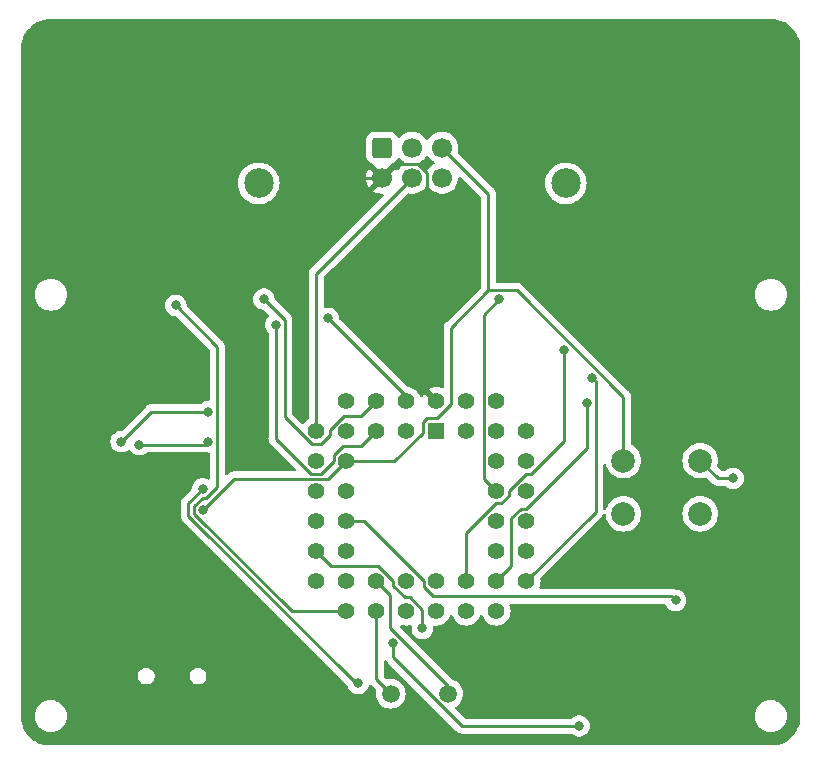
<source format=gbr>
%TF.GenerationSoftware,KiCad,Pcbnew,7.0.10*%
%TF.CreationDate,2024-03-24T11:08:13+01:00*%
%TF.ProjectId,dmg-gbc-cartridge-reader.kicad_pro,646d672d-6762-4632-9d63-617274726964,rev?*%
%TF.SameCoordinates,Original*%
%TF.FileFunction,Copper,L2,Bot*%
%TF.FilePolarity,Positive*%
%FSLAX46Y46*%
G04 Gerber Fmt 4.6, Leading zero omitted, Abs format (unit mm)*
G04 Created by KiCad (PCBNEW 7.0.10) date 2024-03-24 11:08:13*
%MOMM*%
%LPD*%
G01*
G04 APERTURE LIST*
G04 Aperture macros list*
%AMRoundRect*
0 Rectangle with rounded corners*
0 $1 Rounding radius*
0 $2 $3 $4 $5 $6 $7 $8 $9 X,Y pos of 4 corners*
0 Add a 4 corners polygon primitive as box body*
4,1,4,$2,$3,$4,$5,$6,$7,$8,$9,$2,$3,0*
0 Add four circle primitives for the rounded corners*
1,1,$1+$1,$2,$3*
1,1,$1+$1,$4,$5*
1,1,$1+$1,$6,$7*
1,1,$1+$1,$8,$9*
0 Add four rect primitives between the rounded corners*
20,1,$1+$1,$2,$3,$4,$5,0*
20,1,$1+$1,$4,$5,$6,$7,0*
20,1,$1+$1,$6,$7,$8,$9,0*
20,1,$1+$1,$8,$9,$2,$3,0*%
G04 Aperture macros list end*
%TA.AperFunction,WasherPad*%
%ADD10C,2.500000*%
%TD*%
%TA.AperFunction,ComponentPad*%
%ADD11R,1.422400X1.422400*%
%TD*%
%TA.AperFunction,ComponentPad*%
%ADD12C,1.422400*%
%TD*%
%TA.AperFunction,ComponentPad*%
%ADD13C,1.500000*%
%TD*%
%TA.AperFunction,ComponentPad*%
%ADD14C,2.000000*%
%TD*%
%TA.AperFunction,ComponentPad*%
%ADD15C,1.700000*%
%TD*%
%TA.AperFunction,ComponentPad*%
%ADD16RoundRect,0.250000X-0.600000X0.600000X-0.600000X-0.600000X0.600000X-0.600000X0.600000X0.600000X0*%
%TD*%
%TA.AperFunction,ViaPad*%
%ADD17C,0.800000*%
%TD*%
%TA.AperFunction,Conductor*%
%ADD18C,0.250000*%
%TD*%
G04 APERTURE END LIST*
D10*
%TO.P,U1,*%
%TO.N,*%
X75992000Y-35528000D03*
X49992000Y-35528000D03*
%TD*%
D11*
%TO.P,U2,1,NC*%
%TO.N,unconnected-(U2-NC-Pad1)*%
X65024000Y-56515000D03*
D12*
%TO.P,U2,2,PB0*%
%TO.N,A0*%
X62484000Y-53975000D03*
%TO.P,U2,3,PB1*%
%TO.N,A1*%
X62484000Y-56515000D03*
%TO.P,U2,4,PB2*%
%TO.N,A2*%
X59944000Y-53975000D03*
%TO.P,U2,5,PB3*%
%TO.N,A3*%
X59944000Y-56515000D03*
%TO.P,U2,6,PB4*%
%TO.N,A4*%
X57404000Y-53975000D03*
%TO.P,U2,7,PB5*%
%TO.N,A5_MOSI*%
X54864000Y-56515000D03*
%TO.P,U2,8,PB6*%
%TO.N,A6_MISO*%
X57404000Y-56515000D03*
%TO.P,U2,9,PB7*%
%TO.N,A7_SCK*%
X54864000Y-59055000D03*
%TO.P,U2,10,~{RESET}*%
%TO.N,RESET*%
X57404000Y-59055000D03*
%TO.P,U2,11,PD0*%
%TO.N,AVR_RX*%
X54864000Y-61595000D03*
%TO.P,U2,12,NC*%
%TO.N,unconnected-(U2-NC-Pad12)*%
X57404000Y-61595000D03*
%TO.P,U2,13,PD1*%
%TO.N,AVR_TX*%
X54864000Y-64135000D03*
%TO.P,U2,14,PD2*%
%TO.N,LED_RD*%
X57404000Y-64135000D03*
%TO.P,U2,15,PD3*%
%TO.N,LED_WR*%
X54864000Y-66675000D03*
%TO.P,U2,16,PD4*%
%TO.N,SRAM*%
X57404000Y-66675000D03*
%TO.P,U2,17,PD5*%
%TO.N,RD*%
X54864000Y-69215000D03*
%TO.P,U2,18,PD6*%
%TO.N,WR*%
X57404000Y-71755000D03*
%TO.P,U2,19,PD7*%
%TO.N,unconnected-(U2-PD7-Pad19)*%
X57404000Y-69215000D03*
%TO.P,U2,20,XTAL2*%
%TO.N,Net-(U2-XTAL2)*%
X59944000Y-71755000D03*
%TO.P,U2,21,XTAL1*%
%TO.N,Net-(U2-XTAL1)*%
X59944000Y-69215000D03*
%TO.P,U2,22,GND*%
%TO.N,GND*%
X62484000Y-71755000D03*
%TO.P,U2,23,NC*%
%TO.N,unconnected-(U2-NC-Pad23)*%
X62484000Y-69215000D03*
%TO.P,U2,24,PC0*%
%TO.N,D0*%
X65024000Y-71755000D03*
%TO.P,U2,25,PC1*%
%TO.N,D1*%
X65024000Y-69215000D03*
%TO.P,U2,26,PC2*%
%TO.N,D2*%
X67564000Y-71755000D03*
%TO.P,U2,27,PC3*%
%TO.N,D3*%
X67564000Y-69215000D03*
%TO.P,U2,28,PC4*%
%TO.N,D4*%
X70104000Y-71755000D03*
%TO.P,U2,29,PC5*%
%TO.N,D5*%
X72644000Y-69215000D03*
%TO.P,U2,30,PC6*%
%TO.N,D6*%
X70104000Y-69215000D03*
%TO.P,U2,31,PC7*%
%TO.N,D7*%
X72644000Y-66675000D03*
%TO.P,U2,32,PE2*%
%TO.N,RST*%
X70104000Y-66675000D03*
%TO.P,U2,33,PE1*%
%TO.N,AUDIO*%
X72644000Y-64135000D03*
%TO.P,U2,34,NC*%
%TO.N,unconnected-(U2-NC-Pad34)*%
X70104000Y-64135000D03*
%TO.P,U2,35,PE0*%
%TO.N,unconnected-(U2-PE0-Pad35)*%
X72644000Y-61595000D03*
%TO.P,U2,36,PA7*%
%TO.N,A15*%
X70104000Y-61595000D03*
%TO.P,U2,37,PA6*%
%TO.N,A14*%
X72644000Y-59055000D03*
%TO.P,U2,38,PA5*%
%TO.N,A13*%
X70104000Y-59055000D03*
%TO.P,U2,39,PA4*%
%TO.N,A12*%
X72644000Y-56515000D03*
%TO.P,U2,40,PA3*%
%TO.N,A11*%
X70104000Y-53975000D03*
%TO.P,U2,41,PA2*%
%TO.N,A10*%
X70104000Y-56515000D03*
%TO.P,U2,42,PA1*%
%TO.N,A9*%
X67564000Y-53975000D03*
%TO.P,U2,43,PA0*%
%TO.N,A8*%
X67564000Y-56515000D03*
%TO.P,U2,44,VCC*%
%TO.N,VCC*%
X65024000Y-53975000D03*
%TD*%
D13*
%TO.P,Y1,1,1*%
%TO.N,Net-(U2-XTAL2)*%
X61160000Y-78740000D03*
%TO.P,Y1,2,2*%
%TO.N,Net-(U2-XTAL1)*%
X66040000Y-78740000D03*
%TD*%
D14*
%TO.P,SW1,1,1*%
%TO.N,RESET*%
X87376000Y-59000000D03*
%TO.P,SW1,2,2*%
%TO.N,GND*%
X87376000Y-63500000D03*
%TO.P,SW1,1,1*%
%TO.N,RESET*%
X80876000Y-59000000D03*
%TO.P,SW1,2,2*%
%TO.N,GND*%
X80876000Y-63500000D03*
%TD*%
D15*
%TO.P,J1,6,GND*%
%TO.N,GND*%
X65532000Y-35052000D03*
%TO.P,J1,4,MOSI*%
%TO.N,A5_MOSI*%
X62992000Y-35052000D03*
%TO.P,J1,2,VCC*%
%TO.N,VCC*%
X60452000Y-35052000D03*
%TO.P,J1,5,~{RST}*%
%TO.N,RESET*%
X65532000Y-32512000D03*
%TO.P,J1,3,SCK*%
%TO.N,A7_SCK*%
X62992000Y-32512000D03*
D16*
%TO.P,J1,1,MISO*%
%TO.N,A6_MISO*%
X60452000Y-32512000D03*
%TD*%
D17*
%TO.N,Net-(D1-K)*%
X77114400Y-81483200D03*
%TO.N,LED_WR*%
X63848000Y-73200000D03*
%TO.N,LED_RD*%
X85284700Y-70847900D03*
%TO.N,Net-(U3-RXD)*%
X45720000Y-57404000D03*
X39878000Y-57658000D03*
%TO.N,Net-(U3-TXD)*%
X38348000Y-57404000D03*
X45720000Y-54864000D03*
%TO.N,Net-(D2-K)*%
X45236200Y-61402000D03*
X58419800Y-77873900D03*
%TO.N,A0*%
X55882800Y-46955500D03*
%TO.N,A2*%
X50431800Y-45339700D03*
%TO.N,A3*%
X51455900Y-47497000D03*
%TO.N,WR*%
X42970500Y-45851400D03*
%TO.N,D3*%
X75835400Y-49624500D03*
%TO.N,D5*%
X78212000Y-51975400D03*
%TO.N,D6*%
X77809400Y-54169500D03*
%TO.N,A15*%
X70376600Y-45345400D03*
%TO.N,Net-(D1-K)*%
X61357700Y-74458900D03*
%TO.N,RESET*%
X90152900Y-60508800D03*
X45284200Y-63162700D03*
%TO.N,VCC*%
X39370000Y-62738000D03*
X39073000Y-58717000D03*
X84836000Y-49784000D03*
X92456000Y-64516000D03*
X36576000Y-53848000D03*
X37592000Y-47752000D03*
X30988000Y-57404000D03*
X30988000Y-71120000D03*
%TD*%
D18*
%TO.N,Net-(D1-K)*%
X61357700Y-75625900D02*
X61357700Y-74458900D01*
X67215000Y-81483200D02*
X61357700Y-75625900D01*
X77114400Y-81483200D02*
X67215000Y-81483200D01*
%TO.N,LED_WR*%
X63848000Y-71629200D02*
X63848000Y-73200000D01*
X62781400Y-70562600D02*
X63848000Y-71629200D01*
X62337700Y-70562600D02*
X62781400Y-70562600D01*
X61384600Y-69609500D02*
X62337700Y-70562600D01*
X61384600Y-69169800D02*
X61384600Y-69609500D01*
X60118400Y-67903600D02*
X61384600Y-69169800D01*
X56092600Y-67903600D02*
X60118400Y-67903600D01*
X54864000Y-66675000D02*
X56092600Y-67903600D01*
%TO.N,LED_RD*%
X84921800Y-70485000D02*
X85284700Y-70847900D01*
X64787400Y-70485000D02*
X84921800Y-70485000D01*
X63987400Y-69685000D02*
X64787400Y-70485000D01*
X63987400Y-69204900D02*
X63987400Y-69685000D01*
X58917500Y-64135000D02*
X63987400Y-69204900D01*
X57404000Y-64135000D02*
X58917500Y-64135000D01*
%TO.N,Net-(U3-RXD)*%
X45466000Y-57658000D02*
X45720000Y-57404000D01*
X39878000Y-57658000D02*
X45466000Y-57658000D01*
%TO.N,Net-(U3-TXD)*%
X40888000Y-54864000D02*
X38348000Y-57404000D01*
X45720000Y-54864000D02*
X40888000Y-54864000D01*
%TO.N,A5_MOSI*%
X54864000Y-43180000D02*
X54864000Y-56515000D01*
X62992000Y-35052000D02*
X54864000Y-43180000D01*
%TO.N,Net-(D2-K)*%
X58245400Y-77873900D02*
X58419800Y-77873900D01*
X44043200Y-63671700D02*
X58245400Y-77873900D01*
X44043200Y-62595000D02*
X44043200Y-63671700D01*
X45236200Y-61402000D02*
X44043200Y-62595000D01*
%TO.N,A0*%
X62484000Y-53556700D02*
X62484000Y-53975000D01*
X55882800Y-46955500D02*
X62484000Y-53556700D01*
%TO.N,A2*%
X52181200Y-47089100D02*
X50431800Y-45339700D01*
X52181200Y-55319100D02*
X52181200Y-47089100D01*
X54474500Y-57612400D02*
X52181200Y-55319100D01*
X55261200Y-57612400D02*
X54474500Y-57612400D01*
X56048800Y-56824800D02*
X55261200Y-57612400D01*
X56048800Y-56388700D02*
X56048800Y-56824800D01*
X57192500Y-55245000D02*
X56048800Y-56388700D01*
X58674000Y-55245000D02*
X57192500Y-55245000D01*
X59944000Y-53975000D02*
X58674000Y-55245000D01*
%TO.N,A3*%
X51455900Y-57155600D02*
X51455900Y-47497000D01*
X54408300Y-60108000D02*
X51455900Y-57155600D01*
X55286900Y-60108000D02*
X54408300Y-60108000D01*
X56367400Y-59027500D02*
X55286900Y-60108000D01*
X56367400Y-58561500D02*
X56367400Y-59027500D01*
X57143900Y-57785000D02*
X56367400Y-58561500D01*
X58674000Y-57785000D02*
X57143900Y-57785000D01*
X59944000Y-56515000D02*
X58674000Y-57785000D01*
%TO.N,WR*%
X52789300Y-71755000D02*
X57404000Y-71755000D01*
X44540900Y-63506600D02*
X52789300Y-71755000D01*
X44540900Y-62880100D02*
X44540900Y-63506600D01*
X45289100Y-62131900D02*
X44540900Y-62880100D01*
X45562500Y-62131900D02*
X45289100Y-62131900D01*
X46475100Y-61219300D02*
X45562500Y-62131900D01*
X46475100Y-49356000D02*
X46475100Y-61219300D01*
X42970500Y-45851400D02*
X46475100Y-49356000D01*
%TO.N,D3*%
X75835400Y-57335900D02*
X75835400Y-49624500D01*
X73005600Y-60165700D02*
X75835400Y-57335900D01*
X72587400Y-60165700D02*
X73005600Y-60165700D01*
X71148900Y-61604200D02*
X72587400Y-60165700D01*
X71148900Y-62030600D02*
X71148900Y-61604200D01*
X70547900Y-62631600D02*
X71148900Y-62030600D01*
X70085200Y-62631600D02*
X70547900Y-62631600D01*
X67564000Y-65152800D02*
X70085200Y-62631600D01*
X67564000Y-69215000D02*
X67564000Y-65152800D01*
%TO.N,D5*%
X78534700Y-52298100D02*
X78212000Y-51975400D01*
X78534700Y-63324300D02*
X78534700Y-52298100D01*
X72644000Y-69215000D02*
X78534700Y-63324300D01*
%TO.N,D6*%
X71374000Y-67945000D02*
X70104000Y-69215000D01*
X71374000Y-63887000D02*
X71374000Y-67945000D01*
X72162600Y-63098400D02*
X71374000Y-63887000D01*
X72635900Y-63098400D02*
X72162600Y-63098400D01*
X77809400Y-57924900D02*
X72635900Y-63098400D01*
X77809400Y-54169500D02*
X77809400Y-57924900D01*
%TO.N,A15*%
X69062900Y-46659100D02*
X70376600Y-45345400D01*
X69062900Y-60553900D02*
X69062900Y-46659100D01*
X70104000Y-61595000D02*
X69062900Y-60553900D01*
%TO.N,RESET*%
X88884800Y-60508800D02*
X90152900Y-60508800D01*
X87376000Y-59000000D02*
X88884800Y-60508800D01*
X69441400Y-36421400D02*
X69441400Y-44594100D01*
X65532000Y-32512000D02*
X69441400Y-36421400D01*
X71863100Y-44594100D02*
X69441400Y-44594100D01*
X80876000Y-53607000D02*
X71863100Y-44594100D01*
X80876000Y-59000000D02*
X80876000Y-53607000D01*
X61485000Y-59055000D02*
X57404000Y-59055000D01*
X63913300Y-56626700D02*
X61485000Y-59055000D01*
X63913300Y-55737800D02*
X63913300Y-56626700D01*
X64246800Y-55404300D02*
X63913300Y-55737800D01*
X65101800Y-55404300D02*
X64246800Y-55404300D01*
X66294000Y-54212100D02*
X65101800Y-55404300D01*
X66294000Y-47741500D02*
X66294000Y-54212100D01*
X69441400Y-44594100D02*
X66294000Y-47741500D01*
X47888500Y-60558400D02*
X45284200Y-63162700D01*
X55900600Y-60558400D02*
X47888500Y-60558400D01*
X57404000Y-59055000D02*
X55900600Y-60558400D01*
%TO.N,Net-(U2-XTAL2)*%
X59944000Y-77524000D02*
X59944000Y-71755000D01*
X61160000Y-78740000D02*
X59944000Y-77524000D01*
%TO.N,VCC*%
X39370000Y-59014000D02*
X39073000Y-58717000D01*
X39370000Y-62738000D02*
X39370000Y-59014000D01*
X91440000Y-49784000D02*
X84836000Y-49784000D01*
X88900000Y-47244000D02*
X91440000Y-49784000D01*
X88900000Y-42672000D02*
X88900000Y-47244000D01*
X92964000Y-38608000D02*
X88900000Y-42672000D01*
X92964000Y-25400000D02*
X92964000Y-38608000D01*
X90932000Y-23368000D02*
X92964000Y-25400000D01*
X56388000Y-23368000D02*
X90932000Y-23368000D01*
X38608000Y-23368000D02*
X56388000Y-23368000D01*
X36068000Y-25908000D02*
X38608000Y-23368000D01*
X36068000Y-47752000D02*
X36068000Y-25908000D01*
X32004000Y-53848000D02*
X36576000Y-53848000D01*
X30988000Y-54864000D02*
X32004000Y-53848000D01*
X30988000Y-57404000D02*
X30988000Y-54864000D01*
X36068000Y-47752000D02*
X37592000Y-47752000D01*
X30988000Y-52832000D02*
X36068000Y-47752000D01*
X30988000Y-54864000D02*
X30988000Y-52832000D01*
X30988000Y-71120000D02*
X30988000Y-57404000D01*
X94488000Y-64516000D02*
X92456000Y-64516000D01*
X94996000Y-64008000D02*
X94488000Y-64516000D01*
X94996000Y-53340000D02*
X94996000Y-64008000D01*
X91440000Y-49784000D02*
X94996000Y-53340000D01*
X56388000Y-32512000D02*
X56388000Y-23368000D01*
X58928000Y-35052000D02*
X56388000Y-32512000D01*
X60452000Y-35052000D02*
X58928000Y-35052000D01*
X64262000Y-53213000D02*
X65024000Y-53975000D01*
X64262000Y-34621000D02*
X64262000Y-53213000D01*
X63517600Y-33876600D02*
X64262000Y-34621000D01*
X61627400Y-33876600D02*
X63517600Y-33876600D01*
X60452000Y-35052000D02*
X61627400Y-33876600D01*
%TO.N,Net-(U2-XTAL1)*%
X66040000Y-78074800D02*
X66040000Y-78740000D01*
X61105000Y-73139800D02*
X66040000Y-78074800D01*
X61105000Y-70376000D02*
X61105000Y-73139800D01*
X59944000Y-69215000D02*
X61105000Y-70376000D01*
%TD*%
%TA.AperFunction,Conductor*%
%TO.N,VCC*%
G36*
X67105819Y-34981723D02*
G01*
X68771581Y-36647485D01*
X68805066Y-36708808D01*
X68807900Y-36735166D01*
X68807900Y-44280332D01*
X68788215Y-44347371D01*
X68771581Y-44368013D01*
X65905179Y-47234414D01*
X65892820Y-47244318D01*
X65892993Y-47244527D01*
X65886982Y-47249500D01*
X65840338Y-47299169D01*
X65837633Y-47301960D01*
X65817873Y-47321721D01*
X65817858Y-47321738D01*
X65815317Y-47325013D01*
X65807753Y-47333867D01*
X65777420Y-47366171D01*
X65777412Y-47366181D01*
X65767579Y-47384067D01*
X65756903Y-47400320D01*
X65744386Y-47416457D01*
X65744385Y-47416460D01*
X65726785Y-47457129D01*
X65721648Y-47467615D01*
X65700303Y-47506441D01*
X65700303Y-47506442D01*
X65695225Y-47526220D01*
X65688925Y-47544622D01*
X65680818Y-47563357D01*
X65673888Y-47607109D01*
X65671520Y-47618545D01*
X65660500Y-47661465D01*
X65660500Y-47681884D01*
X65658973Y-47701283D01*
X65655780Y-47721441D01*
X65655780Y-47721442D01*
X65659950Y-47765557D01*
X65660500Y-47777226D01*
X65660500Y-52740752D01*
X65640815Y-52807791D01*
X65588011Y-52853546D01*
X65518853Y-52863490D01*
X65484095Y-52853134D01*
X65439838Y-52832497D01*
X65439829Y-52832493D01*
X65235131Y-52777645D01*
X65235120Y-52777643D01*
X65024002Y-52759173D01*
X65023998Y-52759173D01*
X64812879Y-52777643D01*
X64812868Y-52777645D01*
X64608170Y-52832493D01*
X64608161Y-52832497D01*
X64416088Y-52922062D01*
X64362286Y-52959733D01*
X64979599Y-53577046D01*
X64898852Y-53589835D01*
X64785955Y-53647359D01*
X64696359Y-53736955D01*
X64638835Y-53849852D01*
X64626046Y-53930599D01*
X64008733Y-53313286D01*
X63971062Y-53367088D01*
X63881497Y-53559161D01*
X63881492Y-53559173D01*
X63878173Y-53571561D01*
X63841807Y-53631221D01*
X63778959Y-53661749D01*
X63709584Y-53653452D01*
X63655707Y-53608966D01*
X63638624Y-53571559D01*
X63634521Y-53556245D01*
X63544326Y-53362821D01*
X63544324Y-53362818D01*
X63544323Y-53362816D01*
X63421916Y-53188001D01*
X63421911Y-53187995D01*
X63271003Y-53037087D01*
X63219113Y-53000753D01*
X63096180Y-52914674D01*
X63096176Y-52914672D01*
X62902761Y-52824481D01*
X62902747Y-52824476D01*
X62696613Y-52769243D01*
X62696603Y-52769241D01*
X62627417Y-52763188D01*
X62562349Y-52737735D01*
X62550545Y-52727341D01*
X56829420Y-47006215D01*
X56795935Y-46944892D01*
X56793782Y-46931512D01*
X56776342Y-46765572D01*
X56717327Y-46583944D01*
X56621840Y-46418556D01*
X56494053Y-46276634D01*
X56339552Y-46164382D01*
X56165088Y-46086706D01*
X56165086Y-46086705D01*
X55978287Y-46047000D01*
X55787313Y-46047000D01*
X55787312Y-46047000D01*
X55647280Y-46076764D01*
X55577613Y-46071448D01*
X55521880Y-46029311D01*
X55497775Y-45963731D01*
X55497500Y-45955474D01*
X55497500Y-43493766D01*
X55517185Y-43426727D01*
X55533819Y-43406085D01*
X56266990Y-42672914D01*
X62535009Y-36404894D01*
X62596330Y-36371411D01*
X62653128Y-36372371D01*
X62657359Y-36373442D01*
X62657365Y-36373444D01*
X62879431Y-36410500D01*
X63104569Y-36410500D01*
X63326635Y-36373444D01*
X63539574Y-36300342D01*
X63737576Y-36193189D01*
X63915240Y-36054906D01*
X64067722Y-35889268D01*
X64158193Y-35750790D01*
X64211338Y-35705437D01*
X64280569Y-35696013D01*
X64343905Y-35725515D01*
X64365804Y-35750787D01*
X64456278Y-35889268D01*
X64456283Y-35889273D01*
X64456284Y-35889276D01*
X64608756Y-36054902D01*
X64608761Y-36054907D01*
X64632277Y-36073210D01*
X64786424Y-36193189D01*
X64786425Y-36193189D01*
X64786427Y-36193191D01*
X64913135Y-36261761D01*
X64984426Y-36300342D01*
X65175093Y-36365798D01*
X65192130Y-36371647D01*
X65197365Y-36373444D01*
X65419431Y-36410500D01*
X65644569Y-36410500D01*
X65866635Y-36373444D01*
X66079574Y-36300342D01*
X66277576Y-36193189D01*
X66455240Y-36054906D01*
X66607722Y-35889268D01*
X66730860Y-35700791D01*
X66821296Y-35494616D01*
X66876564Y-35276368D01*
X66894562Y-35059159D01*
X66919715Y-34993979D01*
X66976117Y-34952741D01*
X67045860Y-34948543D01*
X67105819Y-34981723D01*
G37*
%TD.AperFunction*%
%TA.AperFunction,Conductor*%
G36*
X61917301Y-33362378D02*
G01*
X61953181Y-33389355D01*
X62068760Y-33514906D01*
X62246424Y-33653189D01*
X62246429Y-33653191D01*
X62246431Y-33653193D01*
X62282930Y-33672946D01*
X62332520Y-33722165D01*
X62347628Y-33790382D01*
X62323457Y-33855937D01*
X62282930Y-33891054D01*
X62246431Y-33910806D01*
X62246422Y-33910812D01*
X62068761Y-34049092D01*
X62068756Y-34049097D01*
X61916284Y-34214723D01*
X61916280Y-34214729D01*
X61822250Y-34358651D01*
X61769103Y-34404007D01*
X61699872Y-34413430D01*
X61636536Y-34383927D01*
X61616866Y-34361951D01*
X61566924Y-34290626D01*
X60935076Y-34922475D01*
X60911493Y-34842156D01*
X60833761Y-34721202D01*
X60725100Y-34627048D01*
X60594315Y-34567320D01*
X60584533Y-34565913D01*
X61220746Y-33929700D01*
X61228926Y-33888998D01*
X61277541Y-33838815D01*
X61299679Y-33828986D01*
X61374738Y-33804115D01*
X61525652Y-33711030D01*
X61651030Y-33585652D01*
X61744115Y-33434738D01*
X61744246Y-33434342D01*
X61744406Y-33434110D01*
X61747165Y-33428195D01*
X61748175Y-33428666D01*
X61784011Y-33376898D01*
X61848524Y-33350069D01*
X61917301Y-33362378D01*
G37*
%TD.AperFunction*%
%TA.AperFunction,Conductor*%
G36*
X64343905Y-33185515D02*
G01*
X64365804Y-33210787D01*
X64456278Y-33349268D01*
X64456283Y-33349273D01*
X64456284Y-33349276D01*
X64608756Y-33514902D01*
X64608760Y-33514906D01*
X64786424Y-33653189D01*
X64786429Y-33653191D01*
X64786431Y-33653193D01*
X64822930Y-33672946D01*
X64872520Y-33722165D01*
X64887628Y-33790382D01*
X64863457Y-33855937D01*
X64822930Y-33891054D01*
X64786431Y-33910806D01*
X64786422Y-33910812D01*
X64608761Y-34049092D01*
X64608756Y-34049097D01*
X64456284Y-34214723D01*
X64456276Y-34214734D01*
X64365808Y-34353206D01*
X64312662Y-34398562D01*
X64243431Y-34407986D01*
X64180095Y-34378484D01*
X64158192Y-34353206D01*
X64067723Y-34214734D01*
X64067715Y-34214723D01*
X63915243Y-34049097D01*
X63915238Y-34049092D01*
X63768714Y-33935047D01*
X63737576Y-33910811D01*
X63701070Y-33891055D01*
X63651479Y-33841836D01*
X63636371Y-33773619D01*
X63660541Y-33708064D01*
X63701070Y-33672945D01*
X63701084Y-33672936D01*
X63737576Y-33653189D01*
X63915240Y-33514906D01*
X64042287Y-33376898D01*
X64067715Y-33349276D01*
X64067715Y-33349275D01*
X64067722Y-33349268D01*
X64158193Y-33210790D01*
X64211338Y-33165437D01*
X64280569Y-33156013D01*
X64343905Y-33185515D01*
G37*
%TD.AperFunction*%
%TA.AperFunction,Conductor*%
G36*
X93697184Y-21642831D02*
G01*
X93939391Y-21687216D01*
X93953916Y-21690797D01*
X94229491Y-21776670D01*
X94243482Y-21781975D01*
X94506707Y-21900443D01*
X94519965Y-21907401D01*
X94766986Y-22056730D01*
X94779297Y-22065228D01*
X94969243Y-22214041D01*
X95006520Y-22243246D01*
X95017728Y-22253176D01*
X95221823Y-22457271D01*
X95231753Y-22468479D01*
X95409767Y-22695696D01*
X95418273Y-22708019D01*
X95567597Y-22955033D01*
X95574556Y-22968292D01*
X95693022Y-23231512D01*
X95698331Y-23245513D01*
X95784199Y-23521074D01*
X95787783Y-23535612D01*
X95839813Y-23819532D01*
X95841618Y-23834396D01*
X95859274Y-24126262D01*
X95859500Y-24133750D01*
X95859500Y-80641249D01*
X95859274Y-80648737D01*
X95841618Y-80940603D01*
X95839813Y-80955467D01*
X95787783Y-81239387D01*
X95784199Y-81253925D01*
X95698331Y-81529486D01*
X95693022Y-81543487D01*
X95574556Y-81806707D01*
X95567597Y-81819966D01*
X95418273Y-82066980D01*
X95409767Y-82079303D01*
X95231753Y-82306520D01*
X95221823Y-82317728D01*
X95017728Y-82521823D01*
X95006520Y-82531753D01*
X94779303Y-82709767D01*
X94766980Y-82718273D01*
X94519966Y-82867597D01*
X94506707Y-82874556D01*
X94243487Y-82993022D01*
X94229486Y-82998331D01*
X93953925Y-83084199D01*
X93939388Y-83087783D01*
X93863967Y-83101604D01*
X93835786Y-83106769D01*
X93813437Y-83108800D01*
X31916563Y-83108800D01*
X31894213Y-83106769D01*
X31860202Y-83100536D01*
X31790611Y-83087783D01*
X31776074Y-83084199D01*
X31500513Y-82998331D01*
X31486512Y-82993022D01*
X31223292Y-82874556D01*
X31210033Y-82867597D01*
X31047116Y-82769111D01*
X30963016Y-82718271D01*
X30950696Y-82709767D01*
X30723479Y-82531753D01*
X30712271Y-82521823D01*
X30508176Y-82317728D01*
X30498246Y-82306520D01*
X30385073Y-82162066D01*
X30320228Y-82079297D01*
X30311730Y-82066986D01*
X30162401Y-81819965D01*
X30155443Y-81806707D01*
X30036977Y-81543487D01*
X30031668Y-81529486D01*
X29945800Y-81253925D01*
X29942216Y-81239387D01*
X29890186Y-80955467D01*
X29888381Y-80940602D01*
X29882617Y-80845321D01*
X29870726Y-80648736D01*
X29870613Y-80645000D01*
X31029341Y-80645000D01*
X31049936Y-80880403D01*
X31049938Y-80880413D01*
X31111094Y-81108655D01*
X31111096Y-81108659D01*
X31111097Y-81108663D01*
X31112490Y-81111650D01*
X31210964Y-81322828D01*
X31210965Y-81322830D01*
X31346505Y-81516402D01*
X31513597Y-81683494D01*
X31707169Y-81819034D01*
X31707171Y-81819035D01*
X31921337Y-81918903D01*
X32149592Y-81980063D01*
X32326032Y-81995499D01*
X32326033Y-81995500D01*
X32326034Y-81995500D01*
X32443967Y-81995500D01*
X32443967Y-81995499D01*
X32620408Y-81980063D01*
X32848663Y-81918903D01*
X33062829Y-81819035D01*
X33256401Y-81683495D01*
X33423495Y-81516401D01*
X33559035Y-81322830D01*
X33658903Y-81108663D01*
X33720063Y-80880408D01*
X33740659Y-80645000D01*
X33720063Y-80409592D01*
X33658903Y-80181337D01*
X33559035Y-79967171D01*
X33559034Y-79967169D01*
X33423494Y-79773597D01*
X33256402Y-79606505D01*
X33062830Y-79470965D01*
X33062828Y-79470964D01*
X32955746Y-79421031D01*
X32848663Y-79371097D01*
X32848659Y-79371096D01*
X32848655Y-79371094D01*
X32620413Y-79309938D01*
X32620403Y-79309936D01*
X32443967Y-79294500D01*
X32443966Y-79294500D01*
X32326034Y-79294500D01*
X32326033Y-79294500D01*
X32149596Y-79309936D01*
X32149586Y-79309938D01*
X31921344Y-79371094D01*
X31921335Y-79371098D01*
X31707171Y-79470964D01*
X31707169Y-79470965D01*
X31513597Y-79606505D01*
X31346506Y-79773597D01*
X31346501Y-79773604D01*
X31210967Y-79967165D01*
X31210965Y-79967169D01*
X31111098Y-80181335D01*
X31111094Y-80181344D01*
X31049938Y-80409586D01*
X31049936Y-80409596D01*
X31029341Y-80644999D01*
X31029341Y-80645000D01*
X29870613Y-80645000D01*
X29870500Y-80641249D01*
X29870500Y-77345055D01*
X39771500Y-77345055D01*
X39812210Y-77510226D01*
X39891263Y-77660849D01*
X39911748Y-77683972D01*
X40004071Y-77788183D01*
X40026353Y-77803563D01*
X40144068Y-77884817D01*
X40144069Y-77884817D01*
X40144070Y-77884818D01*
X40180139Y-77898497D01*
X40257827Y-77927960D01*
X40303128Y-77945140D01*
X40379028Y-77954356D01*
X40429626Y-77960500D01*
X40429628Y-77960500D01*
X40514374Y-77960500D01*
X40556538Y-77955380D01*
X40640872Y-77945140D01*
X40799930Y-77884818D01*
X40939929Y-77788183D01*
X41052734Y-77660852D01*
X41060559Y-77645944D01*
X41103642Y-77563856D01*
X41131790Y-77510225D01*
X41172500Y-77345056D01*
X41172500Y-77345055D01*
X44171500Y-77345055D01*
X44212210Y-77510226D01*
X44291263Y-77660849D01*
X44311748Y-77683972D01*
X44404071Y-77788183D01*
X44426353Y-77803563D01*
X44544068Y-77884817D01*
X44544069Y-77884817D01*
X44544070Y-77884818D01*
X44580139Y-77898497D01*
X44657827Y-77927960D01*
X44703128Y-77945140D01*
X44779028Y-77954356D01*
X44829626Y-77960500D01*
X44829628Y-77960500D01*
X44914374Y-77960500D01*
X44956538Y-77955380D01*
X45040872Y-77945140D01*
X45199930Y-77884818D01*
X45339929Y-77788183D01*
X45452734Y-77660852D01*
X45460559Y-77645944D01*
X45503642Y-77563856D01*
X45531790Y-77510225D01*
X45572500Y-77345056D01*
X45572500Y-77174944D01*
X45531790Y-77009775D01*
X45531789Y-77009773D01*
X45452736Y-76859150D01*
X45433560Y-76837505D01*
X45339929Y-76731817D01*
X45290177Y-76697475D01*
X45199931Y-76635182D01*
X45040874Y-76574860D01*
X45040868Y-76574859D01*
X44914374Y-76559500D01*
X44914372Y-76559500D01*
X44829628Y-76559500D01*
X44829626Y-76559500D01*
X44703131Y-76574859D01*
X44703125Y-76574860D01*
X44544068Y-76635182D01*
X44404072Y-76731816D01*
X44291263Y-76859150D01*
X44212210Y-77009773D01*
X44171500Y-77174944D01*
X44171500Y-77345055D01*
X41172500Y-77345055D01*
X41172500Y-77174944D01*
X41131790Y-77009775D01*
X41131789Y-77009773D01*
X41052736Y-76859150D01*
X41033560Y-76837505D01*
X40939929Y-76731817D01*
X40890177Y-76697475D01*
X40799931Y-76635182D01*
X40640874Y-76574860D01*
X40640868Y-76574859D01*
X40514374Y-76559500D01*
X40514372Y-76559500D01*
X40429628Y-76559500D01*
X40429626Y-76559500D01*
X40303131Y-76574859D01*
X40303125Y-76574860D01*
X40144068Y-76635182D01*
X40004072Y-76731816D01*
X39891263Y-76859150D01*
X39812210Y-77009773D01*
X39771500Y-77174944D01*
X39771500Y-77345055D01*
X29870500Y-77345055D01*
X29870500Y-57404000D01*
X37434496Y-57404000D01*
X37454458Y-57593928D01*
X37454459Y-57593931D01*
X37513470Y-57775549D01*
X37513473Y-57775556D01*
X37608960Y-57940944D01*
X37736747Y-58082866D01*
X37891248Y-58195118D01*
X38065712Y-58272794D01*
X38252513Y-58312500D01*
X38443487Y-58312500D01*
X38630288Y-58272794D01*
X38804752Y-58195118D01*
X38928855Y-58104951D01*
X38994659Y-58081472D01*
X39062713Y-58097297D01*
X39109125Y-58143269D01*
X39138960Y-58194944D01*
X39266747Y-58336866D01*
X39421248Y-58449118D01*
X39595712Y-58526794D01*
X39782513Y-58566500D01*
X39973487Y-58566500D01*
X40160288Y-58526794D01*
X40334752Y-58449118D01*
X40489253Y-58336866D01*
X40493160Y-58332527D01*
X40552646Y-58295879D01*
X40585309Y-58291500D01*
X45382366Y-58291500D01*
X45398113Y-58293238D01*
X45398139Y-58292968D01*
X45405905Y-58293701D01*
X45405909Y-58293702D01*
X45474017Y-58291560D01*
X45477913Y-58291500D01*
X45509756Y-58291500D01*
X45509756Y-58292012D01*
X45537791Y-58294066D01*
X45624513Y-58312500D01*
X45624514Y-58312500D01*
X45717600Y-58312500D01*
X45784639Y-58332185D01*
X45830394Y-58384989D01*
X45841600Y-58436500D01*
X45841600Y-60486120D01*
X45821915Y-60553159D01*
X45769111Y-60598914D01*
X45699953Y-60608858D01*
X45667166Y-60599400D01*
X45518489Y-60533206D01*
X45518486Y-60533205D01*
X45331687Y-60493500D01*
X45140713Y-60493500D01*
X44953914Y-60533205D01*
X44896063Y-60558962D01*
X44796458Y-60603309D01*
X44779446Y-60610883D01*
X44624945Y-60723135D01*
X44497159Y-60865057D01*
X44401673Y-61030443D01*
X44401670Y-61030450D01*
X44342816Y-61211585D01*
X44342658Y-61212072D01*
X44333425Y-61299918D01*
X44325219Y-61377995D01*
X44298634Y-61442609D01*
X44289579Y-61452714D01*
X43654379Y-62087914D01*
X43642020Y-62097818D01*
X43642193Y-62098027D01*
X43636182Y-62103000D01*
X43589537Y-62152670D01*
X43586832Y-62155461D01*
X43567073Y-62175221D01*
X43567058Y-62175238D01*
X43564517Y-62178513D01*
X43556953Y-62187367D01*
X43526620Y-62219671D01*
X43526612Y-62219681D01*
X43516779Y-62237567D01*
X43506103Y-62253820D01*
X43493586Y-62269957D01*
X43493585Y-62269960D01*
X43475985Y-62310629D01*
X43470848Y-62321115D01*
X43449503Y-62359941D01*
X43449503Y-62359942D01*
X43444425Y-62379720D01*
X43438125Y-62398122D01*
X43430018Y-62416857D01*
X43423088Y-62460609D01*
X43420720Y-62472045D01*
X43409700Y-62514965D01*
X43409700Y-62535384D01*
X43408173Y-62554783D01*
X43404980Y-62574941D01*
X43404980Y-62574942D01*
X43409150Y-62619057D01*
X43409700Y-62630726D01*
X43409700Y-63588066D01*
X43407961Y-63603813D01*
X43408232Y-63603839D01*
X43407498Y-63611605D01*
X43409639Y-63679716D01*
X43409700Y-63683612D01*
X43409700Y-63711559D01*
X43410218Y-63715658D01*
X43411134Y-63727298D01*
X43412526Y-63771589D01*
X43412527Y-63771591D01*
X43418222Y-63791195D01*
X43422167Y-63810242D01*
X43424726Y-63830497D01*
X43424727Y-63830500D01*
X43424728Y-63830504D01*
X43441038Y-63871700D01*
X43444821Y-63882749D01*
X43457181Y-63925292D01*
X43467572Y-63942862D01*
X43476132Y-63960335D01*
X43483647Y-63979317D01*
X43509691Y-64015163D01*
X43516105Y-64024927D01*
X43538658Y-64063062D01*
X43538662Y-64063066D01*
X43553089Y-64077493D01*
X43565726Y-64092288D01*
X43577728Y-64108807D01*
X43609389Y-64134999D01*
X43611868Y-64137050D01*
X43620509Y-64144913D01*
X57498870Y-78023275D01*
X57529120Y-78072637D01*
X57585271Y-78245452D01*
X57585273Y-78245456D01*
X57680760Y-78410844D01*
X57808547Y-78552766D01*
X57963048Y-78665018D01*
X58137512Y-78742694D01*
X58324313Y-78782400D01*
X58515287Y-78782400D01*
X58702088Y-78742694D01*
X58876552Y-78665018D01*
X59031053Y-78552766D01*
X59158840Y-78410844D01*
X59254327Y-78245456D01*
X59313342Y-78063828D01*
X59313343Y-78063815D01*
X59313989Y-78060778D01*
X59314853Y-78059176D01*
X59315350Y-78057648D01*
X59315629Y-78057738D01*
X59347177Y-77999293D01*
X59408337Y-77965511D01*
X59478052Y-77970158D01*
X59522963Y-77998867D01*
X59892489Y-78368393D01*
X59925974Y-78429716D01*
X59924583Y-78488167D01*
X59915885Y-78520626D01*
X59915885Y-78520629D01*
X59896693Y-78740000D01*
X59915885Y-78959371D01*
X59972880Y-79172076D01*
X59972881Y-79172079D01*
X59972882Y-79172081D01*
X60065683Y-79371094D01*
X60065944Y-79371654D01*
X60192251Y-79552038D01*
X60347962Y-79707749D01*
X60528346Y-79834056D01*
X60727924Y-79927120D01*
X60940629Y-79984115D01*
X61097322Y-79997823D01*
X61159998Y-80003307D01*
X61160000Y-80003307D01*
X61160002Y-80003307D01*
X61214842Y-79998509D01*
X61379371Y-79984115D01*
X61592076Y-79927120D01*
X61791654Y-79834056D01*
X61972038Y-79707749D01*
X62127749Y-79552038D01*
X62254056Y-79371654D01*
X62347120Y-79172076D01*
X62404115Y-78959371D01*
X62423307Y-78740000D01*
X62404115Y-78520629D01*
X62347120Y-78307924D01*
X62254056Y-78108347D01*
X62254054Y-78108344D01*
X62254053Y-78108342D01*
X62190902Y-78018154D01*
X62127749Y-77927962D01*
X61972038Y-77772251D01*
X61791654Y-77645944D01*
X61636852Y-77573759D01*
X61592081Y-77552882D01*
X61592079Y-77552881D01*
X61592076Y-77552880D01*
X61405626Y-77502920D01*
X61379372Y-77495885D01*
X61379365Y-77495884D01*
X61160002Y-77476693D01*
X61159998Y-77476693D01*
X61013752Y-77489487D01*
X60940629Y-77495885D01*
X60940626Y-77495885D01*
X60908167Y-77504583D01*
X60838317Y-77502920D01*
X60788393Y-77472489D01*
X60613819Y-77297914D01*
X60580334Y-77236591D01*
X60577500Y-77210233D01*
X60577500Y-76011454D01*
X60597185Y-75944415D01*
X60649989Y-75898660D01*
X60719147Y-75888716D01*
X60782703Y-75917741D01*
X60801818Y-75938569D01*
X60824191Y-75969363D01*
X60830605Y-75979127D01*
X60853158Y-76017262D01*
X60853162Y-76017266D01*
X60867589Y-76031693D01*
X60880226Y-76046488D01*
X60892228Y-76063007D01*
X60924907Y-76090042D01*
X60926368Y-76091250D01*
X60935009Y-76099113D01*
X66707912Y-81872017D01*
X66717816Y-81884378D01*
X66718026Y-81884205D01*
X66722997Y-81890213D01*
X66723000Y-81890218D01*
X66772685Y-81936875D01*
X66775449Y-81939554D01*
X66795223Y-81959329D01*
X66795227Y-81959332D01*
X66795230Y-81959335D01*
X66798512Y-81961881D01*
X66807372Y-81969449D01*
X66839679Y-81999786D01*
X66839681Y-81999787D01*
X66857562Y-82009617D01*
X66873829Y-82020302D01*
X66889960Y-82032815D01*
X66910157Y-82041554D01*
X66930625Y-82050410D01*
X66941104Y-82055544D01*
X66979940Y-82076895D01*
X66999716Y-82081972D01*
X67018123Y-82088274D01*
X67036855Y-82096381D01*
X67080630Y-82103313D01*
X67092045Y-82105678D01*
X67134970Y-82116700D01*
X67155384Y-82116700D01*
X67174783Y-82118227D01*
X67194943Y-82121420D01*
X67239057Y-82117250D01*
X67250726Y-82116700D01*
X76407091Y-82116700D01*
X76474130Y-82136385D01*
X76499240Y-82157727D01*
X76503147Y-82162066D01*
X76657648Y-82274318D01*
X76832112Y-82351994D01*
X77018913Y-82391700D01*
X77209887Y-82391700D01*
X77396688Y-82351994D01*
X77571152Y-82274318D01*
X77725653Y-82162066D01*
X77853440Y-82020144D01*
X77948927Y-81854756D01*
X78007942Y-81673128D01*
X78027904Y-81483200D01*
X78007942Y-81293272D01*
X77948927Y-81111644D01*
X77853440Y-80946256D01*
X77725653Y-80804334D01*
X77571152Y-80692082D01*
X77465404Y-80645000D01*
X91989341Y-80645000D01*
X92009936Y-80880403D01*
X92009938Y-80880413D01*
X92071094Y-81108655D01*
X92071096Y-81108659D01*
X92071097Y-81108663D01*
X92072490Y-81111650D01*
X92170964Y-81322828D01*
X92170965Y-81322830D01*
X92306505Y-81516402D01*
X92473597Y-81683494D01*
X92667169Y-81819034D01*
X92667171Y-81819035D01*
X92881337Y-81918903D01*
X93109592Y-81980063D01*
X93286032Y-81995499D01*
X93286033Y-81995500D01*
X93286034Y-81995500D01*
X93403967Y-81995500D01*
X93403967Y-81995499D01*
X93580408Y-81980063D01*
X93808663Y-81918903D01*
X94022829Y-81819035D01*
X94216401Y-81683495D01*
X94383495Y-81516401D01*
X94519035Y-81322830D01*
X94618903Y-81108663D01*
X94680063Y-80880408D01*
X94700659Y-80645000D01*
X94680063Y-80409592D01*
X94618903Y-80181337D01*
X94519035Y-79967171D01*
X94519034Y-79967169D01*
X94383494Y-79773597D01*
X94216402Y-79606505D01*
X94022830Y-79470965D01*
X94022828Y-79470964D01*
X93915746Y-79421031D01*
X93808663Y-79371097D01*
X93808659Y-79371096D01*
X93808655Y-79371094D01*
X93580413Y-79309938D01*
X93580403Y-79309936D01*
X93403967Y-79294500D01*
X93403966Y-79294500D01*
X93286034Y-79294500D01*
X93286033Y-79294500D01*
X93109596Y-79309936D01*
X93109586Y-79309938D01*
X92881344Y-79371094D01*
X92881335Y-79371098D01*
X92667171Y-79470964D01*
X92667169Y-79470965D01*
X92473597Y-79606505D01*
X92306506Y-79773597D01*
X92306501Y-79773604D01*
X92170967Y-79967165D01*
X92170965Y-79967169D01*
X92071098Y-80181335D01*
X92071094Y-80181344D01*
X92009938Y-80409586D01*
X92009936Y-80409596D01*
X91989341Y-80644999D01*
X91989341Y-80645000D01*
X77465404Y-80645000D01*
X77396688Y-80614406D01*
X77396686Y-80614405D01*
X77209887Y-80574700D01*
X77018913Y-80574700D01*
X76832114Y-80614405D01*
X76657646Y-80692083D01*
X76503145Y-80804335D01*
X76499240Y-80808673D01*
X76439754Y-80845321D01*
X76407091Y-80849700D01*
X67528766Y-80849700D01*
X67461727Y-80830015D01*
X67441085Y-80813381D01*
X67037290Y-80409586D01*
X66652694Y-80024990D01*
X66619211Y-79963669D01*
X66624195Y-79893977D01*
X66666067Y-79838044D01*
X66669253Y-79835736D01*
X66671648Y-79834058D01*
X66671654Y-79834056D01*
X66852038Y-79707749D01*
X67007749Y-79552038D01*
X67134056Y-79371654D01*
X67227120Y-79172076D01*
X67284115Y-78959371D01*
X67303307Y-78740000D01*
X67284115Y-78520629D01*
X67227120Y-78307924D01*
X67134056Y-78108347D01*
X67134054Y-78108344D01*
X67134053Y-78108342D01*
X67070902Y-78018154D01*
X67007749Y-77927962D01*
X66852038Y-77772251D01*
X66671654Y-77645944D01*
X66624357Y-77623889D01*
X66472080Y-77552881D01*
X66472074Y-77552879D01*
X66424810Y-77540214D01*
X66369225Y-77508121D01*
X61984554Y-73123449D01*
X61951069Y-73062126D01*
X61956053Y-72992434D01*
X61997925Y-72936501D01*
X62063389Y-72912084D01*
X62104325Y-72915992D01*
X62271392Y-72960758D01*
X62441478Y-72975638D01*
X62483999Y-72979359D01*
X62484000Y-72979359D01*
X62484001Y-72979359D01*
X62525193Y-72975755D01*
X62696608Y-72960758D01*
X62792991Y-72934932D01*
X62862839Y-72936594D01*
X62920702Y-72975755D01*
X62948207Y-73039984D01*
X62948404Y-73067663D01*
X62934496Y-73200000D01*
X62954458Y-73389928D01*
X62954459Y-73389931D01*
X63013470Y-73571549D01*
X63013473Y-73571556D01*
X63108960Y-73736944D01*
X63236747Y-73878866D01*
X63391248Y-73991118D01*
X63565712Y-74068794D01*
X63752513Y-74108500D01*
X63943487Y-74108500D01*
X64130288Y-74068794D01*
X64304752Y-73991118D01*
X64459253Y-73878866D01*
X64587040Y-73736944D01*
X64682527Y-73571556D01*
X64741542Y-73389928D01*
X64761504Y-73200000D01*
X64751385Y-73103728D01*
X64763954Y-73035002D01*
X64811686Y-72983978D01*
X64879426Y-72966860D01*
X64885477Y-72967239D01*
X65024000Y-72979359D01*
X65024001Y-72979359D01*
X65065193Y-72975755D01*
X65236608Y-72960758D01*
X65442755Y-72905521D01*
X65636180Y-72815326D01*
X65811003Y-72692913D01*
X65961913Y-72542003D01*
X66084326Y-72367180D01*
X66174521Y-72173755D01*
X66174523Y-72173746D01*
X66176375Y-72168661D01*
X66177708Y-72169146D01*
X66210590Y-72115200D01*
X66273436Y-72084671D01*
X66342812Y-72092965D01*
X66396690Y-72137451D01*
X66411040Y-72168873D01*
X66411625Y-72168661D01*
X66413481Y-72173761D01*
X66503672Y-72367176D01*
X66503674Y-72367180D01*
X66626087Y-72542003D01*
X66776997Y-72692913D01*
X66951820Y-72815326D01*
X67044270Y-72858436D01*
X67145238Y-72905518D01*
X67145240Y-72905518D01*
X67145245Y-72905521D01*
X67351392Y-72960758D01*
X67521478Y-72975638D01*
X67563999Y-72979359D01*
X67564000Y-72979359D01*
X67564001Y-72979359D01*
X67605193Y-72975755D01*
X67776608Y-72960758D01*
X67982755Y-72905521D01*
X68176180Y-72815326D01*
X68351003Y-72692913D01*
X68501913Y-72542003D01*
X68624326Y-72367180D01*
X68714521Y-72173755D01*
X68714523Y-72173746D01*
X68716375Y-72168661D01*
X68717708Y-72169146D01*
X68750590Y-72115200D01*
X68813436Y-72084671D01*
X68882812Y-72092965D01*
X68936690Y-72137451D01*
X68951040Y-72168873D01*
X68951625Y-72168661D01*
X68953481Y-72173761D01*
X69043672Y-72367176D01*
X69043674Y-72367180D01*
X69166087Y-72542003D01*
X69316997Y-72692913D01*
X69491820Y-72815326D01*
X69584270Y-72858436D01*
X69685238Y-72905518D01*
X69685240Y-72905518D01*
X69685245Y-72905521D01*
X69891392Y-72960758D01*
X70061478Y-72975638D01*
X70103999Y-72979359D01*
X70104000Y-72979359D01*
X70104001Y-72979359D01*
X70145193Y-72975755D01*
X70316608Y-72960758D01*
X70522755Y-72905521D01*
X70716180Y-72815326D01*
X70891003Y-72692913D01*
X71041913Y-72542003D01*
X71164326Y-72367180D01*
X71254521Y-72173755D01*
X71309758Y-71967608D01*
X71328359Y-71755000D01*
X71309758Y-71542392D01*
X71254521Y-71336245D01*
X71254518Y-71336238D01*
X71235244Y-71294904D01*
X71224752Y-71225827D01*
X71253272Y-71162043D01*
X71311749Y-71123804D01*
X71347626Y-71118500D01*
X84327279Y-71118500D01*
X84394318Y-71138185D01*
X84440073Y-71190989D01*
X84445210Y-71204183D01*
X84450169Y-71219447D01*
X84450173Y-71219456D01*
X84545660Y-71384844D01*
X84673447Y-71526766D01*
X84827948Y-71639018D01*
X85002412Y-71716694D01*
X85189213Y-71756400D01*
X85380187Y-71756400D01*
X85566988Y-71716694D01*
X85741452Y-71639018D01*
X85895953Y-71526766D01*
X86023740Y-71384844D01*
X86119227Y-71219456D01*
X86178242Y-71037828D01*
X86198204Y-70847900D01*
X86178242Y-70657972D01*
X86119227Y-70476344D01*
X86023740Y-70310956D01*
X85895953Y-70169034D01*
X85741452Y-70056782D01*
X85566988Y-69979106D01*
X85566986Y-69979105D01*
X85380187Y-69939400D01*
X85281796Y-69939400D01*
X85232550Y-69929202D01*
X85206176Y-69917789D01*
X85195685Y-69912649D01*
X85156863Y-69891306D01*
X85156860Y-69891305D01*
X85153460Y-69890432D01*
X85137087Y-69886228D01*
X85118681Y-69879926D01*
X85099944Y-69871818D01*
X85099945Y-69871818D01*
X85056183Y-69864887D01*
X85044747Y-69862519D01*
X85029993Y-69858731D01*
X85001832Y-69851500D01*
X85001830Y-69851500D01*
X84981416Y-69851500D01*
X84962017Y-69849973D01*
X84941858Y-69846780D01*
X84941857Y-69846780D01*
X84897743Y-69850950D01*
X84886074Y-69851500D01*
X73887626Y-69851500D01*
X73820587Y-69831815D01*
X73774832Y-69779011D01*
X73764888Y-69709853D01*
X73775244Y-69675096D01*
X73794518Y-69633761D01*
X73794521Y-69633755D01*
X73849758Y-69427608D01*
X73868359Y-69215000D01*
X73849758Y-69002392D01*
X73847737Y-68994848D01*
X73849398Y-68924999D01*
X73879828Y-68875074D01*
X78923517Y-63831386D01*
X78935878Y-63821485D01*
X78935704Y-63821275D01*
X78941713Y-63816302D01*
X78941718Y-63816300D01*
X78988390Y-63766597D01*
X78991039Y-63763864D01*
X79010835Y-63744070D01*
X79013372Y-63740798D01*
X79020951Y-63731924D01*
X79051286Y-63699621D01*
X79061119Y-63681732D01*
X79071802Y-63665469D01*
X79084314Y-63649341D01*
X79101907Y-63608681D01*
X79107050Y-63598185D01*
X79128391Y-63559367D01*
X79128390Y-63559367D01*
X79128395Y-63559360D01*
X79128397Y-63559351D01*
X79130917Y-63552987D01*
X79173894Y-63497898D01*
X79239831Y-63474789D01*
X79307795Y-63490998D01*
X79356207Y-63541377D01*
X79369831Y-63588895D01*
X79373512Y-63635665D01*
X79381465Y-63736711D01*
X79403980Y-63830494D01*
X79436895Y-63967595D01*
X79436895Y-63967597D01*
X79527757Y-64186959D01*
X79527759Y-64186962D01*
X79651820Y-64389410D01*
X79651821Y-64389413D01*
X79651824Y-64389416D01*
X79806031Y-64569969D01*
X79945797Y-64689340D01*
X79986586Y-64724178D01*
X79986589Y-64724179D01*
X80189037Y-64848240D01*
X80189040Y-64848242D01*
X80408403Y-64939104D01*
X80408404Y-64939104D01*
X80408406Y-64939105D01*
X80639289Y-64994535D01*
X80876000Y-65013165D01*
X81112711Y-64994535D01*
X81343594Y-64939105D01*
X81343596Y-64939104D01*
X81343597Y-64939104D01*
X81562959Y-64848242D01*
X81562960Y-64848241D01*
X81562963Y-64848240D01*
X81765416Y-64724176D01*
X81945969Y-64569969D01*
X82100176Y-64389416D01*
X82224240Y-64186963D01*
X82256613Y-64108809D01*
X82315104Y-63967597D01*
X82315104Y-63967596D01*
X82315105Y-63967594D01*
X82370535Y-63736711D01*
X82389165Y-63500000D01*
X85862835Y-63500000D01*
X85881465Y-63736714D01*
X85936895Y-63967595D01*
X85936895Y-63967597D01*
X86027757Y-64186959D01*
X86027759Y-64186962D01*
X86151820Y-64389410D01*
X86151821Y-64389413D01*
X86151824Y-64389416D01*
X86306031Y-64569969D01*
X86445797Y-64689340D01*
X86486586Y-64724178D01*
X86486589Y-64724179D01*
X86689037Y-64848240D01*
X86689040Y-64848242D01*
X86908403Y-64939104D01*
X86908404Y-64939104D01*
X86908406Y-64939105D01*
X87139289Y-64994535D01*
X87376000Y-65013165D01*
X87612711Y-64994535D01*
X87843594Y-64939105D01*
X87843596Y-64939104D01*
X87843597Y-64939104D01*
X88062959Y-64848242D01*
X88062960Y-64848241D01*
X88062963Y-64848240D01*
X88265416Y-64724176D01*
X88445969Y-64569969D01*
X88600176Y-64389416D01*
X88724240Y-64186963D01*
X88756613Y-64108809D01*
X88815104Y-63967597D01*
X88815104Y-63967596D01*
X88815105Y-63967594D01*
X88870535Y-63736711D01*
X88889165Y-63500000D01*
X88870535Y-63263289D01*
X88815105Y-63032406D01*
X88815104Y-63032403D01*
X88815104Y-63032402D01*
X88724242Y-62813040D01*
X88724240Y-62813037D01*
X88600179Y-62610589D01*
X88600178Y-62610586D01*
X88544283Y-62545142D01*
X88445969Y-62430031D01*
X88312443Y-62315989D01*
X88265413Y-62275821D01*
X88265410Y-62275820D01*
X88062962Y-62151759D01*
X88062959Y-62151757D01*
X87843596Y-62060895D01*
X87612714Y-62005465D01*
X87376000Y-61986835D01*
X87139285Y-62005465D01*
X86908404Y-62060895D01*
X86908402Y-62060895D01*
X86689040Y-62151757D01*
X86689037Y-62151759D01*
X86486589Y-62275820D01*
X86486586Y-62275821D01*
X86306031Y-62430031D01*
X86151821Y-62610586D01*
X86151820Y-62610589D01*
X86027759Y-62813037D01*
X86027757Y-62813040D01*
X85936895Y-63032402D01*
X85936895Y-63032404D01*
X85881465Y-63263285D01*
X85862835Y-63500000D01*
X82389165Y-63500000D01*
X82370535Y-63263289D01*
X82315105Y-63032406D01*
X82315104Y-63032403D01*
X82315104Y-63032402D01*
X82224242Y-62813040D01*
X82224240Y-62813037D01*
X82100179Y-62610589D01*
X82100178Y-62610586D01*
X82044283Y-62545142D01*
X81945969Y-62430031D01*
X81812443Y-62315989D01*
X81765413Y-62275821D01*
X81765410Y-62275820D01*
X81562962Y-62151759D01*
X81562959Y-62151757D01*
X81343596Y-62060895D01*
X81112714Y-62005465D01*
X80876000Y-61986835D01*
X80639285Y-62005465D01*
X80408404Y-62060895D01*
X80408402Y-62060895D01*
X80189040Y-62151757D01*
X80189037Y-62151759D01*
X79986589Y-62275820D01*
X79986586Y-62275821D01*
X79806031Y-62430031D01*
X79651821Y-62610586D01*
X79651820Y-62610589D01*
X79527759Y-62813037D01*
X79527757Y-62813040D01*
X79436895Y-63032402D01*
X79436895Y-63032404D01*
X79412774Y-63132877D01*
X79377983Y-63193469D01*
X79315957Y-63225633D01*
X79246388Y-63219157D01*
X79191364Y-63176097D01*
X79168355Y-63110125D01*
X79168200Y-63103930D01*
X79168200Y-59396069D01*
X79187885Y-59329030D01*
X79240689Y-59283275D01*
X79309847Y-59273331D01*
X79373403Y-59302356D01*
X79411177Y-59361134D01*
X79412774Y-59367122D01*
X79436895Y-59467595D01*
X79436895Y-59467597D01*
X79527757Y-59686959D01*
X79527759Y-59686962D01*
X79651820Y-59889410D01*
X79651821Y-59889413D01*
X79692778Y-59937367D01*
X79806031Y-60069969D01*
X79945797Y-60189340D01*
X79986586Y-60224178D01*
X79986589Y-60224179D01*
X80189037Y-60348240D01*
X80189040Y-60348242D01*
X80408403Y-60439104D01*
X80408404Y-60439104D01*
X80408406Y-60439105D01*
X80639289Y-60494535D01*
X80876000Y-60513165D01*
X81112711Y-60494535D01*
X81343594Y-60439105D01*
X81343596Y-60439104D01*
X81343597Y-60439104D01*
X81562959Y-60348242D01*
X81562960Y-60348241D01*
X81562963Y-60348240D01*
X81765416Y-60224176D01*
X81945969Y-60069969D01*
X82100176Y-59889416D01*
X82224240Y-59686963D01*
X82224775Y-59685673D01*
X82315104Y-59467597D01*
X82315104Y-59467596D01*
X82315105Y-59467594D01*
X82370535Y-59236711D01*
X82389165Y-59000000D01*
X85862835Y-59000000D01*
X85881465Y-59236714D01*
X85936895Y-59467595D01*
X85936895Y-59467597D01*
X86027757Y-59686959D01*
X86027759Y-59686962D01*
X86151820Y-59889410D01*
X86151821Y-59889413D01*
X86192778Y-59937367D01*
X86306031Y-60069969D01*
X86445797Y-60189340D01*
X86486586Y-60224178D01*
X86486589Y-60224179D01*
X86689037Y-60348240D01*
X86689040Y-60348242D01*
X86908403Y-60439104D01*
X86908404Y-60439104D01*
X86908406Y-60439105D01*
X87139289Y-60494535D01*
X87376000Y-60513165D01*
X87612711Y-60494535D01*
X87837041Y-60440678D01*
X87906821Y-60444169D01*
X87953667Y-60473571D01*
X88377710Y-60897614D01*
X88387616Y-60909978D01*
X88387826Y-60909805D01*
X88392797Y-60915813D01*
X88392800Y-60915818D01*
X88442501Y-60962490D01*
X88445265Y-60965169D01*
X88465030Y-60984934D01*
X88468304Y-60987473D01*
X88477170Y-60995047D01*
X88509478Y-61025386D01*
X88527367Y-61035220D01*
X88543633Y-61045904D01*
X88559759Y-61058413D01*
X88600416Y-61076007D01*
X88610907Y-61081146D01*
X88649740Y-61102495D01*
X88669518Y-61107573D01*
X88687921Y-61113874D01*
X88706652Y-61121980D01*
X88706653Y-61121980D01*
X88706655Y-61121981D01*
X88750418Y-61128911D01*
X88761845Y-61131278D01*
X88804770Y-61142300D01*
X88825190Y-61142300D01*
X88844589Y-61143827D01*
X88864741Y-61147018D01*
X88864742Y-61147019D01*
X88864742Y-61147018D01*
X88864743Y-61147019D01*
X88889738Y-61144656D01*
X88908850Y-61142850D01*
X88920518Y-61142300D01*
X89445591Y-61142300D01*
X89512630Y-61161985D01*
X89537740Y-61183327D01*
X89541647Y-61187666D01*
X89696148Y-61299918D01*
X89870612Y-61377594D01*
X90057413Y-61417300D01*
X90248387Y-61417300D01*
X90435188Y-61377594D01*
X90609652Y-61299918D01*
X90764153Y-61187666D01*
X90891940Y-61045744D01*
X90987427Y-60880356D01*
X91046442Y-60698728D01*
X91066404Y-60508800D01*
X91046442Y-60318872D01*
X90987427Y-60137244D01*
X90891940Y-59971856D01*
X90764153Y-59829934D01*
X90609652Y-59717682D01*
X90435188Y-59640006D01*
X90435186Y-59640005D01*
X90248387Y-59600300D01*
X90057413Y-59600300D01*
X89870614Y-59640005D01*
X89795441Y-59673474D01*
X89764918Y-59687064D01*
X89696146Y-59717683D01*
X89541645Y-59829935D01*
X89537740Y-59834273D01*
X89478254Y-59870921D01*
X89445591Y-59875300D01*
X89198567Y-59875300D01*
X89131528Y-59855615D01*
X89110886Y-59838981D01*
X88849571Y-59577666D01*
X88816086Y-59516343D01*
X88816677Y-59461042D01*
X88870535Y-59236711D01*
X88889165Y-59000000D01*
X88870535Y-58763289D01*
X88815105Y-58532406D01*
X88815104Y-58532403D01*
X88815104Y-58532402D01*
X88724242Y-58313040D01*
X88724240Y-58313037D01*
X88600179Y-58110589D01*
X88600178Y-58110586D01*
X88526982Y-58024885D01*
X88445969Y-57930031D01*
X88268217Y-57778216D01*
X88265413Y-57775821D01*
X88265410Y-57775820D01*
X88062962Y-57651759D01*
X88062959Y-57651757D01*
X87843596Y-57560895D01*
X87612714Y-57505465D01*
X87376000Y-57486835D01*
X87139285Y-57505465D01*
X86908404Y-57560895D01*
X86908402Y-57560895D01*
X86689040Y-57651757D01*
X86689037Y-57651759D01*
X86486589Y-57775820D01*
X86486586Y-57775821D01*
X86306031Y-57930031D01*
X86151821Y-58110586D01*
X86151820Y-58110589D01*
X86027759Y-58313037D01*
X86027757Y-58313040D01*
X85936895Y-58532402D01*
X85936895Y-58532404D01*
X85881465Y-58763285D01*
X85862835Y-59000000D01*
X82389165Y-59000000D01*
X82370535Y-58763289D01*
X82315105Y-58532406D01*
X82315104Y-58532403D01*
X82315104Y-58532402D01*
X82224242Y-58313040D01*
X82224240Y-58313037D01*
X82100179Y-58110589D01*
X82100178Y-58110586D01*
X82026982Y-58024885D01*
X81945969Y-57930031D01*
X81768217Y-57778216D01*
X81765413Y-57775821D01*
X81765410Y-57775820D01*
X81568710Y-57655281D01*
X81521835Y-57603469D01*
X81509500Y-57549554D01*
X81509500Y-53690626D01*
X81511238Y-53674881D01*
X81510967Y-53674856D01*
X81511701Y-53667093D01*
X81509561Y-53598999D01*
X81509500Y-53595104D01*
X81509500Y-53567150D01*
X81509500Y-53567144D01*
X81508980Y-53563031D01*
X81508064Y-53551389D01*
X81506673Y-53507109D01*
X81500979Y-53487514D01*
X81497032Y-53468457D01*
X81494474Y-53448203D01*
X81478165Y-53407011D01*
X81474380Y-53395958D01*
X81462018Y-53353406D01*
X81451625Y-53335833D01*
X81443063Y-53318355D01*
X81441056Y-53313286D01*
X81435552Y-53299383D01*
X81435550Y-53299380D01*
X81435549Y-53299378D01*
X81409512Y-53263541D01*
X81403098Y-53253778D01*
X81385067Y-53223289D01*
X81380542Y-53215637D01*
X81366108Y-53201203D01*
X81353469Y-53186406D01*
X81341471Y-53169892D01*
X81307336Y-53141653D01*
X81298696Y-53133791D01*
X73122905Y-44958000D01*
X91989341Y-44958000D01*
X92009936Y-45193403D01*
X92009938Y-45193413D01*
X92071094Y-45421655D01*
X92071096Y-45421659D01*
X92071097Y-45421663D01*
X92098230Y-45479850D01*
X92170964Y-45635828D01*
X92170965Y-45635830D01*
X92306505Y-45829402D01*
X92473597Y-45996494D01*
X92667169Y-46132034D01*
X92667171Y-46132035D01*
X92881337Y-46231903D01*
X93109592Y-46293063D01*
X93286032Y-46308499D01*
X93286033Y-46308500D01*
X93286034Y-46308500D01*
X93403967Y-46308500D01*
X93403967Y-46308499D01*
X93580408Y-46293063D01*
X93808663Y-46231903D01*
X94022829Y-46132035D01*
X94216401Y-45996495D01*
X94383495Y-45829401D01*
X94519035Y-45635830D01*
X94618903Y-45421663D01*
X94680063Y-45193408D01*
X94700659Y-44958000D01*
X94680063Y-44722592D01*
X94618903Y-44494337D01*
X94519035Y-44280171D01*
X94519034Y-44280169D01*
X94383494Y-44086597D01*
X94216402Y-43919505D01*
X94022830Y-43783965D01*
X94022828Y-43783964D01*
X93915746Y-43734031D01*
X93808663Y-43684097D01*
X93808659Y-43684096D01*
X93808655Y-43684094D01*
X93580413Y-43622938D01*
X93580403Y-43622936D01*
X93403967Y-43607500D01*
X93403966Y-43607500D01*
X93286034Y-43607500D01*
X93286033Y-43607500D01*
X93109596Y-43622936D01*
X93109586Y-43622938D01*
X92881344Y-43684094D01*
X92881335Y-43684098D01*
X92667171Y-43783964D01*
X92667169Y-43783965D01*
X92473597Y-43919505D01*
X92306506Y-44086597D01*
X92306501Y-44086604D01*
X92170967Y-44280165D01*
X92170965Y-44280169D01*
X92071098Y-44494335D01*
X92071094Y-44494344D01*
X92009938Y-44722586D01*
X92009936Y-44722596D01*
X91989341Y-44957999D01*
X91989341Y-44958000D01*
X73122905Y-44958000D01*
X72370188Y-44205283D01*
X72360287Y-44192923D01*
X72360077Y-44193098D01*
X72355101Y-44187084D01*
X72355100Y-44187082D01*
X72305415Y-44140425D01*
X72302650Y-44137745D01*
X72282866Y-44117961D01*
X72279604Y-44115431D01*
X72270719Y-44107843D01*
X72238421Y-44077514D01*
X72238419Y-44077512D01*
X72220531Y-44067678D01*
X72204270Y-44056997D01*
X72188139Y-44044484D01*
X72147475Y-44026888D01*
X72136985Y-44021749D01*
X72098160Y-44000405D01*
X72098156Y-44000404D01*
X72078387Y-43995328D01*
X72059981Y-43989026D01*
X72041244Y-43980918D01*
X72041245Y-43980918D01*
X71997483Y-43973987D01*
X71986047Y-43971619D01*
X71971293Y-43967831D01*
X71943132Y-43960600D01*
X71943130Y-43960600D01*
X71922716Y-43960600D01*
X71903317Y-43959073D01*
X71883158Y-43955880D01*
X71883157Y-43955880D01*
X71839043Y-43960050D01*
X71827374Y-43960600D01*
X70198900Y-43960600D01*
X70131861Y-43940915D01*
X70086106Y-43888111D01*
X70074900Y-43836600D01*
X70074900Y-36505032D01*
X70076639Y-36489280D01*
X70076368Y-36489255D01*
X70077100Y-36481499D01*
X70077102Y-36481492D01*
X70074961Y-36413368D01*
X70074900Y-36409473D01*
X70074900Y-36381547D01*
X70074900Y-36381544D01*
X70074382Y-36377447D01*
X70073465Y-36365798D01*
X70072975Y-36350212D01*
X70072074Y-36321511D01*
X70066374Y-36301892D01*
X70062431Y-36282846D01*
X70059874Y-36262604D01*
X70059874Y-36262603D01*
X70043556Y-36221390D01*
X70039786Y-36210375D01*
X70027419Y-36167807D01*
X70017020Y-36150224D01*
X70008466Y-36132763D01*
X70000952Y-36113783D01*
X69974908Y-36077937D01*
X69968498Y-36068178D01*
X69945942Y-36030038D01*
X69931508Y-36015604D01*
X69918871Y-36000809D01*
X69906872Y-35984293D01*
X69906869Y-35984291D01*
X69906869Y-35984290D01*
X69872725Y-35956043D01*
X69864085Y-35948181D01*
X69443908Y-35528004D01*
X74228569Y-35528004D01*
X74248264Y-35790823D01*
X74302864Y-36030040D01*
X74306913Y-36047780D01*
X74403204Y-36293124D01*
X74534985Y-36521376D01*
X74635554Y-36647485D01*
X74699317Y-36727442D01*
X74812733Y-36832676D01*
X74892519Y-36906706D01*
X75110285Y-37055176D01*
X75347746Y-37169532D01*
X75599600Y-37247218D01*
X75599601Y-37247218D01*
X75599604Y-37247219D01*
X75860211Y-37286499D01*
X75860216Y-37286499D01*
X75860219Y-37286500D01*
X75860220Y-37286500D01*
X76123780Y-37286500D01*
X76123781Y-37286500D01*
X76123788Y-37286499D01*
X76384395Y-37247219D01*
X76384396Y-37247218D01*
X76384400Y-37247218D01*
X76636254Y-37169532D01*
X76873716Y-37055176D01*
X77091481Y-36906706D01*
X77284686Y-36727438D01*
X77449015Y-36521376D01*
X77580796Y-36293124D01*
X77677087Y-36047780D01*
X77735735Y-35790826D01*
X77744176Y-35678186D01*
X77755431Y-35528004D01*
X77755431Y-35527995D01*
X77735735Y-35265176D01*
X77735735Y-35265174D01*
X77677087Y-35008220D01*
X77580796Y-34762876D01*
X77449015Y-34534624D01*
X77284686Y-34328562D01*
X77284685Y-34328561D01*
X77284682Y-34328557D01*
X77091481Y-34149294D01*
X76944512Y-34049092D01*
X76873716Y-34000824D01*
X76873712Y-34000822D01*
X76873711Y-34000821D01*
X76726026Y-33929700D01*
X76636254Y-33886468D01*
X76636248Y-33886466D01*
X76636240Y-33886463D01*
X76384405Y-33808783D01*
X76384395Y-33808780D01*
X76123788Y-33769500D01*
X76123781Y-33769500D01*
X75860219Y-33769500D01*
X75860211Y-33769500D01*
X75599604Y-33808780D01*
X75599598Y-33808782D01*
X75347745Y-33886468D01*
X75110288Y-34000822D01*
X75110284Y-34000824D01*
X74892521Y-34149292D01*
X74699317Y-34328557D01*
X74534985Y-34534624D01*
X74403204Y-34762875D01*
X74306915Y-35008214D01*
X74306910Y-35008231D01*
X74248264Y-35265176D01*
X74228569Y-35527995D01*
X74228569Y-35528004D01*
X69443908Y-35528004D01*
X66881062Y-32965157D01*
X66847577Y-32903834D01*
X66848537Y-32847038D01*
X66876564Y-32736368D01*
X66895156Y-32512000D01*
X66876564Y-32287632D01*
X66821296Y-32069384D01*
X66730860Y-31863209D01*
X66714706Y-31838484D01*
X66607723Y-31674734D01*
X66607715Y-31674723D01*
X66455243Y-31509097D01*
X66455238Y-31509092D01*
X66277577Y-31370812D01*
X66277572Y-31370808D01*
X66079580Y-31263661D01*
X66079577Y-31263659D01*
X66079574Y-31263658D01*
X66079571Y-31263657D01*
X66079569Y-31263656D01*
X65866637Y-31190556D01*
X65644569Y-31153500D01*
X65419431Y-31153500D01*
X65197362Y-31190556D01*
X64984430Y-31263656D01*
X64984419Y-31263661D01*
X64786427Y-31370808D01*
X64786422Y-31370812D01*
X64608761Y-31509092D01*
X64608756Y-31509097D01*
X64456284Y-31674723D01*
X64456276Y-31674734D01*
X64365808Y-31813206D01*
X64312662Y-31858562D01*
X64243431Y-31867986D01*
X64180095Y-31838484D01*
X64158192Y-31813206D01*
X64067723Y-31674734D01*
X64067715Y-31674723D01*
X63915243Y-31509097D01*
X63915238Y-31509092D01*
X63737577Y-31370812D01*
X63737572Y-31370808D01*
X63539580Y-31263661D01*
X63539577Y-31263659D01*
X63539574Y-31263658D01*
X63539571Y-31263657D01*
X63539569Y-31263656D01*
X63326637Y-31190556D01*
X63104569Y-31153500D01*
X62879431Y-31153500D01*
X62657362Y-31190556D01*
X62444430Y-31263656D01*
X62444419Y-31263661D01*
X62246427Y-31370808D01*
X62246422Y-31370812D01*
X62068761Y-31509092D01*
X61953182Y-31634643D01*
X61893294Y-31670633D01*
X61823456Y-31668532D01*
X61765841Y-31629007D01*
X61747526Y-31595636D01*
X61747165Y-31595805D01*
X61744599Y-31590303D01*
X61744247Y-31589661D01*
X61744115Y-31589262D01*
X61651030Y-31438348D01*
X61525652Y-31312970D01*
X61374738Y-31219885D01*
X61374735Y-31219884D01*
X61206427Y-31164113D01*
X61102545Y-31153500D01*
X59801462Y-31153500D01*
X59801446Y-31153501D01*
X59697572Y-31164113D01*
X59529264Y-31219884D01*
X59529259Y-31219886D01*
X59378346Y-31312971D01*
X59252971Y-31438346D01*
X59159886Y-31589259D01*
X59159884Y-31589264D01*
X59104113Y-31757572D01*
X59093500Y-31861447D01*
X59093500Y-33162537D01*
X59093501Y-33162553D01*
X59104113Y-33266427D01*
X59131565Y-33349273D01*
X59159885Y-33434738D01*
X59252970Y-33585652D01*
X59378348Y-33711030D01*
X59529262Y-33804115D01*
X59604314Y-33828984D01*
X59661759Y-33868756D01*
X59688582Y-33933272D01*
X59688600Y-33935047D01*
X60319466Y-34565913D01*
X60309685Y-34567320D01*
X60178900Y-34627048D01*
X60070239Y-34721202D01*
X59992507Y-34842156D01*
X59968923Y-34922476D01*
X59337072Y-34290625D01*
X59278401Y-34374419D01*
X59178570Y-34588507D01*
X59178566Y-34588516D01*
X59117432Y-34816673D01*
X59117430Y-34816684D01*
X59096843Y-35051998D01*
X59096843Y-35052001D01*
X59117430Y-35287315D01*
X59117432Y-35287326D01*
X59178566Y-35515483D01*
X59178570Y-35515492D01*
X59278400Y-35729579D01*
X59278402Y-35729583D01*
X59337072Y-35813373D01*
X59337073Y-35813373D01*
X59968923Y-35181523D01*
X59992507Y-35261844D01*
X60070239Y-35382798D01*
X60178900Y-35476952D01*
X60309685Y-35536680D01*
X60319466Y-35538086D01*
X59690625Y-36166925D01*
X59774421Y-36225599D01*
X59988507Y-36325429D01*
X59988516Y-36325433D01*
X60216673Y-36386567D01*
X60216684Y-36386569D01*
X60452785Y-36407225D01*
X60517854Y-36432677D01*
X60558833Y-36489268D01*
X60562711Y-36559030D01*
X60529659Y-36618434D01*
X54475179Y-42672914D01*
X54462820Y-42682818D01*
X54462993Y-42683027D01*
X54456982Y-42688000D01*
X54410338Y-42737669D01*
X54407633Y-42740460D01*
X54387873Y-42760221D01*
X54387858Y-42760238D01*
X54385317Y-42763513D01*
X54377753Y-42772367D01*
X54347420Y-42804671D01*
X54347412Y-42804681D01*
X54337579Y-42822567D01*
X54326903Y-42838820D01*
X54314386Y-42854957D01*
X54314385Y-42854960D01*
X54296785Y-42895629D01*
X54291648Y-42906115D01*
X54270303Y-42944941D01*
X54270303Y-42944942D01*
X54265225Y-42964720D01*
X54258925Y-42983122D01*
X54250818Y-43001857D01*
X54243888Y-43045609D01*
X54241520Y-43057045D01*
X54230500Y-43099965D01*
X54230500Y-43120384D01*
X54228973Y-43139783D01*
X54225780Y-43159941D01*
X54225780Y-43159942D01*
X54229950Y-43204057D01*
X54230500Y-43215726D01*
X54230500Y-55405052D01*
X54210815Y-55472091D01*
X54177624Y-55506627D01*
X54076997Y-55577087D01*
X54076995Y-55577088D01*
X53926088Y-55727995D01*
X53926087Y-55727997D01*
X53829605Y-55865787D01*
X53775028Y-55909412D01*
X53705529Y-55916604D01*
X53643175Y-55885082D01*
X53640349Y-55882344D01*
X52851019Y-55093014D01*
X52817534Y-55031691D01*
X52814700Y-55005333D01*
X52814700Y-47172731D01*
X52816438Y-47156981D01*
X52816168Y-47156956D01*
X52816901Y-47149194D01*
X52816902Y-47149191D01*
X52814761Y-47081081D01*
X52814700Y-47077185D01*
X52814700Y-47049246D01*
X52814182Y-47045149D01*
X52813264Y-47033489D01*
X52811873Y-46989210D01*
X52811872Y-46989208D01*
X52807124Y-46972866D01*
X52806177Y-46969608D01*
X52802232Y-46950557D01*
X52799674Y-46930303D01*
X52783362Y-46889105D01*
X52779577Y-46878050D01*
X52767218Y-46835508D01*
X52767218Y-46835507D01*
X52756823Y-46817931D01*
X52748264Y-46800456D01*
X52740754Y-46781488D01*
X52740754Y-46781487D01*
X52740753Y-46781485D01*
X52740752Y-46781483D01*
X52714704Y-46745631D01*
X52708300Y-46735883D01*
X52685742Y-46697737D01*
X52671306Y-46683301D01*
X52658669Y-46668506D01*
X52646671Y-46651992D01*
X52612536Y-46623753D01*
X52603896Y-46615891D01*
X51378420Y-45390415D01*
X51344935Y-45329092D01*
X51342782Y-45315712D01*
X51325342Y-45149772D01*
X51266327Y-44968144D01*
X51170840Y-44802756D01*
X51043053Y-44660834D01*
X50888552Y-44548582D01*
X50714088Y-44470906D01*
X50714086Y-44470905D01*
X50527287Y-44431200D01*
X50336313Y-44431200D01*
X50149514Y-44470905D01*
X49975046Y-44548583D01*
X49820545Y-44660835D01*
X49692759Y-44802757D01*
X49597273Y-44968143D01*
X49597270Y-44968150D01*
X49538259Y-45149768D01*
X49538258Y-45149772D01*
X49518296Y-45339700D01*
X49538258Y-45529628D01*
X49538259Y-45529631D01*
X49597270Y-45711249D01*
X49597273Y-45711256D01*
X49692760Y-45876644D01*
X49820547Y-46018566D01*
X49975048Y-46130818D01*
X50149512Y-46208494D01*
X50336313Y-46248200D01*
X50393034Y-46248200D01*
X50460073Y-46267885D01*
X50480715Y-46284519D01*
X50841835Y-46645639D01*
X50875320Y-46706962D01*
X50870336Y-46776654D01*
X50846304Y-46816292D01*
X50716859Y-46960056D01*
X50621373Y-47125443D01*
X50621370Y-47125450D01*
X50606008Y-47172731D01*
X50562358Y-47307072D01*
X50542396Y-47497000D01*
X50562358Y-47686928D01*
X50562359Y-47686931D01*
X50621370Y-47868549D01*
X50621373Y-47868556D01*
X50678547Y-47967585D01*
X50716860Y-48033944D01*
X50790549Y-48115784D01*
X50820780Y-48178775D01*
X50822400Y-48198756D01*
X50822400Y-57071966D01*
X50820661Y-57087713D01*
X50820932Y-57087739D01*
X50820198Y-57095505D01*
X50820198Y-57095508D01*
X50820198Y-57095509D01*
X50822339Y-57163616D01*
X50822400Y-57167512D01*
X50822400Y-57195459D01*
X50822918Y-57199558D01*
X50823834Y-57211198D01*
X50825226Y-57255489D01*
X50825227Y-57255491D01*
X50830922Y-57275095D01*
X50834867Y-57294142D01*
X50837426Y-57314397D01*
X50837427Y-57314400D01*
X50837428Y-57314404D01*
X50853738Y-57355600D01*
X50857521Y-57366649D01*
X50869881Y-57409192D01*
X50880272Y-57426762D01*
X50888832Y-57444235D01*
X50896347Y-57463217D01*
X50922391Y-57499063D01*
X50928805Y-57508827D01*
X50951356Y-57546959D01*
X50951358Y-57546962D01*
X50951362Y-57546966D01*
X50965789Y-57561393D01*
X50978426Y-57576188D01*
X50990428Y-57592707D01*
X50991904Y-57593928D01*
X51024568Y-57620950D01*
X51033209Y-57628813D01*
X53117614Y-59713219D01*
X53151099Y-59774542D01*
X53146115Y-59844234D01*
X53104243Y-59900167D01*
X53038779Y-59924584D01*
X53029933Y-59924900D01*
X47972129Y-59924900D01*
X47956386Y-59923161D01*
X47956361Y-59923433D01*
X47948593Y-59922698D01*
X47880501Y-59924839D01*
X47876606Y-59924900D01*
X47848643Y-59924900D01*
X47844531Y-59925419D01*
X47832902Y-59926334D01*
X47788611Y-59927726D01*
X47788608Y-59927727D01*
X47769005Y-59933422D01*
X47749959Y-59937366D01*
X47729703Y-59939926D01*
X47729701Y-59939926D01*
X47688507Y-59956235D01*
X47677464Y-59960016D01*
X47634904Y-59972382D01*
X47634903Y-59972383D01*
X47617324Y-59982778D01*
X47599864Y-59991332D01*
X47580884Y-59998847D01*
X47580882Y-59998848D01*
X47545045Y-60024885D01*
X47535285Y-60031296D01*
X47497138Y-60053856D01*
X47482696Y-60068298D01*
X47467908Y-60080927D01*
X47451397Y-60092923D01*
X47451392Y-60092928D01*
X47423152Y-60127063D01*
X47415292Y-60135701D01*
X47320280Y-60230713D01*
X47258959Y-60264198D01*
X47189267Y-60259214D01*
X47133333Y-60217343D01*
X47108916Y-60151879D01*
X47108600Y-60143032D01*
X47108600Y-49439631D01*
X47110339Y-49423879D01*
X47110068Y-49423854D01*
X47110800Y-49416098D01*
X47110802Y-49416091D01*
X47108661Y-49347968D01*
X47108600Y-49344073D01*
X47108600Y-49316147D01*
X47108600Y-49316144D01*
X47108082Y-49312047D01*
X47107165Y-49300398D01*
X47105774Y-49256111D01*
X47100076Y-49236499D01*
X47096133Y-49217466D01*
X47093574Y-49197203D01*
X47077263Y-49156007D01*
X47073481Y-49144959D01*
X47061118Y-49102408D01*
X47061118Y-49102407D01*
X47050726Y-49084835D01*
X47042166Y-49067362D01*
X47034652Y-49048383D01*
X47008610Y-49012539D01*
X47002199Y-49002781D01*
X46979642Y-48964638D01*
X46965208Y-48950204D01*
X46952571Y-48935409D01*
X46940572Y-48918893D01*
X46940569Y-48918891D01*
X46940569Y-48918890D01*
X46906425Y-48890643D01*
X46897785Y-48882781D01*
X43917120Y-45902115D01*
X43883635Y-45840792D01*
X43881482Y-45827412D01*
X43864042Y-45661472D01*
X43805027Y-45479844D01*
X43709540Y-45314456D01*
X43581753Y-45172534D01*
X43427252Y-45060282D01*
X43252788Y-44982606D01*
X43252786Y-44982605D01*
X43065987Y-44942900D01*
X42875013Y-44942900D01*
X42688214Y-44982605D01*
X42513746Y-45060283D01*
X42359245Y-45172535D01*
X42231459Y-45314457D01*
X42135973Y-45479843D01*
X42135970Y-45479850D01*
X42085288Y-45635834D01*
X42076958Y-45661472D01*
X42056996Y-45851400D01*
X42076958Y-46041328D01*
X42076959Y-46041331D01*
X42135970Y-46222949D01*
X42135973Y-46222956D01*
X42231460Y-46388344D01*
X42359247Y-46530266D01*
X42513748Y-46642518D01*
X42688212Y-46720194D01*
X42875013Y-46759900D01*
X42931734Y-46759900D01*
X42998773Y-46779585D01*
X43019415Y-46796219D01*
X45805281Y-49582085D01*
X45838766Y-49643408D01*
X45841600Y-49669766D01*
X45841600Y-53831500D01*
X45821915Y-53898539D01*
X45769111Y-53944294D01*
X45717600Y-53955500D01*
X45624513Y-53955500D01*
X45437714Y-53995205D01*
X45263246Y-54072883D01*
X45108745Y-54185135D01*
X45104840Y-54189473D01*
X45045354Y-54226121D01*
X45012691Y-54230500D01*
X40971629Y-54230500D01*
X40955886Y-54228761D01*
X40955861Y-54229033D01*
X40948093Y-54228298D01*
X40880001Y-54230439D01*
X40876106Y-54230500D01*
X40848143Y-54230500D01*
X40844031Y-54231019D01*
X40832402Y-54231934D01*
X40788111Y-54233326D01*
X40788108Y-54233327D01*
X40768505Y-54239022D01*
X40749459Y-54242966D01*
X40729203Y-54245526D01*
X40729201Y-54245526D01*
X40688007Y-54261835D01*
X40676964Y-54265616D01*
X40634404Y-54277982D01*
X40634403Y-54277983D01*
X40616824Y-54288378D01*
X40599364Y-54296932D01*
X40580384Y-54304447D01*
X40580382Y-54304448D01*
X40544545Y-54330485D01*
X40534785Y-54336896D01*
X40496638Y-54359456D01*
X40482196Y-54373898D01*
X40467408Y-54386527D01*
X40450897Y-54398523D01*
X40450892Y-54398528D01*
X40422652Y-54432663D01*
X40414792Y-54441301D01*
X38396914Y-56459181D01*
X38335591Y-56492666D01*
X38309233Y-56495500D01*
X38252513Y-56495500D01*
X38065714Y-56535205D01*
X37891246Y-56612883D01*
X37736745Y-56725135D01*
X37608959Y-56867057D01*
X37513473Y-57032443D01*
X37513470Y-57032450D01*
X37459174Y-57199558D01*
X37454458Y-57214072D01*
X37434496Y-57404000D01*
X29870500Y-57404000D01*
X29870500Y-44958000D01*
X31029341Y-44958000D01*
X31049936Y-45193403D01*
X31049938Y-45193413D01*
X31111094Y-45421655D01*
X31111096Y-45421659D01*
X31111097Y-45421663D01*
X31138230Y-45479850D01*
X31210964Y-45635828D01*
X31210965Y-45635830D01*
X31346505Y-45829402D01*
X31513597Y-45996494D01*
X31707169Y-46132034D01*
X31707171Y-46132035D01*
X31921337Y-46231903D01*
X32149592Y-46293063D01*
X32326032Y-46308499D01*
X32326033Y-46308500D01*
X32326034Y-46308500D01*
X32443967Y-46308500D01*
X32443967Y-46308499D01*
X32620408Y-46293063D01*
X32848663Y-46231903D01*
X33062829Y-46132035D01*
X33256401Y-45996495D01*
X33423495Y-45829401D01*
X33559035Y-45635830D01*
X33658903Y-45421663D01*
X33720063Y-45193408D01*
X33740659Y-44958000D01*
X33720063Y-44722592D01*
X33658903Y-44494337D01*
X33559035Y-44280171D01*
X33559034Y-44280169D01*
X33423494Y-44086597D01*
X33256402Y-43919505D01*
X33062830Y-43783965D01*
X33062828Y-43783964D01*
X32955746Y-43734031D01*
X32848663Y-43684097D01*
X32848659Y-43684096D01*
X32848655Y-43684094D01*
X32620413Y-43622938D01*
X32620403Y-43622936D01*
X32443967Y-43607500D01*
X32443966Y-43607500D01*
X32326034Y-43607500D01*
X32326033Y-43607500D01*
X32149596Y-43622936D01*
X32149586Y-43622938D01*
X31921344Y-43684094D01*
X31921335Y-43684098D01*
X31707171Y-43783964D01*
X31707169Y-43783965D01*
X31513597Y-43919505D01*
X31346506Y-44086597D01*
X31346501Y-44086604D01*
X31210967Y-44280165D01*
X31210965Y-44280169D01*
X31111098Y-44494335D01*
X31111094Y-44494344D01*
X31049938Y-44722586D01*
X31049936Y-44722596D01*
X31029341Y-44957999D01*
X31029341Y-44958000D01*
X29870500Y-44958000D01*
X29870500Y-35528004D01*
X48228569Y-35528004D01*
X48248264Y-35790823D01*
X48302864Y-36030040D01*
X48306913Y-36047780D01*
X48403204Y-36293124D01*
X48534985Y-36521376D01*
X48635554Y-36647485D01*
X48699317Y-36727442D01*
X48812733Y-36832676D01*
X48892519Y-36906706D01*
X49110285Y-37055176D01*
X49347746Y-37169532D01*
X49599600Y-37247218D01*
X49599601Y-37247218D01*
X49599604Y-37247219D01*
X49860211Y-37286499D01*
X49860216Y-37286499D01*
X49860219Y-37286500D01*
X49860220Y-37286500D01*
X50123780Y-37286500D01*
X50123781Y-37286500D01*
X50123788Y-37286499D01*
X50384395Y-37247219D01*
X50384396Y-37247218D01*
X50384400Y-37247218D01*
X50636254Y-37169532D01*
X50873716Y-37055176D01*
X51091481Y-36906706D01*
X51284686Y-36727438D01*
X51449015Y-36521376D01*
X51580796Y-36293124D01*
X51677087Y-36047780D01*
X51735735Y-35790826D01*
X51744176Y-35678186D01*
X51755431Y-35528004D01*
X51755431Y-35527995D01*
X51735735Y-35265176D01*
X51735735Y-35265174D01*
X51677087Y-35008220D01*
X51580796Y-34762876D01*
X51449015Y-34534624D01*
X51284686Y-34328562D01*
X51284685Y-34328561D01*
X51284682Y-34328557D01*
X51091481Y-34149294D01*
X50944512Y-34049092D01*
X50873716Y-34000824D01*
X50873712Y-34000822D01*
X50873711Y-34000821D01*
X50726026Y-33929700D01*
X50636254Y-33886468D01*
X50636248Y-33886466D01*
X50636240Y-33886463D01*
X50384405Y-33808783D01*
X50384395Y-33808780D01*
X50123788Y-33769500D01*
X50123781Y-33769500D01*
X49860219Y-33769500D01*
X49860211Y-33769500D01*
X49599604Y-33808780D01*
X49599598Y-33808782D01*
X49347745Y-33886468D01*
X49110288Y-34000822D01*
X49110284Y-34000824D01*
X48892521Y-34149292D01*
X48699317Y-34328557D01*
X48534985Y-34534624D01*
X48403204Y-34762875D01*
X48306915Y-35008214D01*
X48306910Y-35008231D01*
X48248264Y-35265176D01*
X48228569Y-35527995D01*
X48228569Y-35528004D01*
X29870500Y-35528004D01*
X29870500Y-24133750D01*
X29870726Y-24126263D01*
X29888381Y-23834397D01*
X29890186Y-23819532D01*
X29942216Y-23535612D01*
X29945800Y-23521074D01*
X30031671Y-23245503D01*
X30036973Y-23231522D01*
X30155446Y-22968285D01*
X30162397Y-22955040D01*
X30311735Y-22708005D01*
X30320222Y-22695709D01*
X30498253Y-22468470D01*
X30508168Y-22457279D01*
X30712279Y-22253168D01*
X30723470Y-22243253D01*
X30950709Y-22065222D01*
X30963005Y-22056735D01*
X31210040Y-21907397D01*
X31223285Y-21900446D01*
X31486522Y-21781973D01*
X31500503Y-21776671D01*
X31776086Y-21690796D01*
X31790604Y-21687217D01*
X32032816Y-21642831D01*
X32055167Y-21640800D01*
X93674833Y-21640800D01*
X93697184Y-21642831D01*
G37*
%TD.AperFunction*%
%TD*%
M02*

</source>
